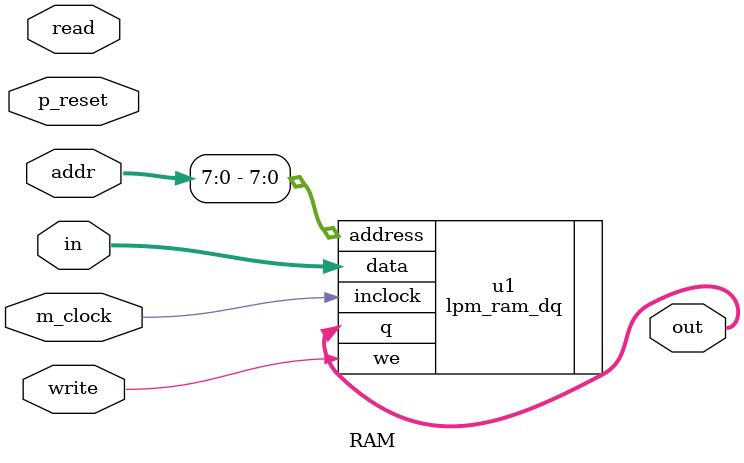
<source format=v>
module ROM (p_reset, m_clock, read, out, addr);
input p_reset, m_clock, read;
input [15:0] addr;
output [15:0] out;

lpm_rom u1 (.address(addr[7:0]), .q(out), .inclock(^m_clock));
 defparam u1.lpm_width = 16;
 defparam u1.lpm_widthad = 8;
 defparam u1.lpm_address_control = "REGISTERED";
 defparam u1.lpm_outdata = "UNREGISTERED";
 defparam u1.lpm_file = "snx.hex";

endmodule

module RAM (p_reset, m_clock, write, read, in, out, addr);
input p_reset, m_clock, read, write;
input [15:0] addr, in;
output [15:0] out;

lpm_ram_dq u1 (.address(addr[7:0]), .q(out), .data(in), .we(write), .inclock(^m_clock));
 defparam u1.lpm_width = 16;
 defparam u1.lpm_widthad = 8;
 defparam u1.lpm_address_control = "REGISTERED";
 defparam u1.lpm_outdata = "UNREGISTERED";

endmodule


</source>
